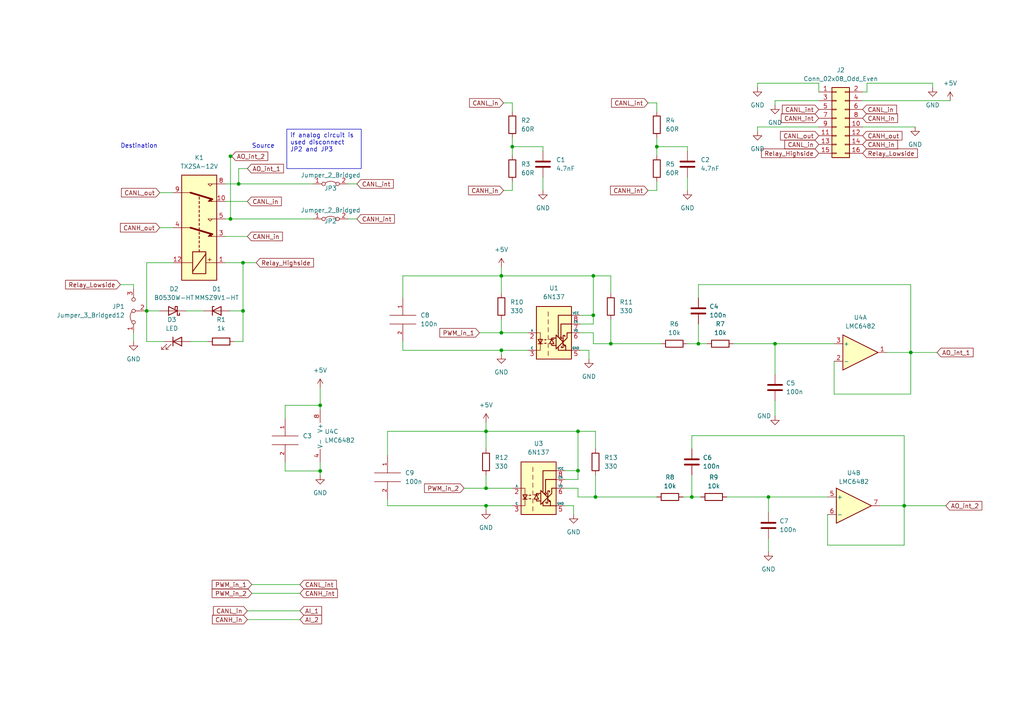
<source format=kicad_sch>
(kicad_sch (version 20230121) (generator eeschema)
  (paper "A4")
  (lib_symbols
    (symbol "Amplifier_Operational:LMC6482" (pin_names (offset 0.127))
      (property "Reference" "U" (at 0 5.08 0))
      (property "Value" "LMC6482" (at 0 -5.08 0))
      (symbol "LMC6482_1_1"
        (polyline (pts (xy -5.08 5.08) (xy 5.08 0) (xy -5.08 -5.08) (xy -5.08 5.08)) (stroke (width 0.254)) (fill (type background)))
        (pin output line (at 7.62 0 180) (length 2.54) (name "~") (number "1"))
        (pin input line (at -7.62 -2.54 0) (length 2.54) (name "-") (number "2"))
        (pin input line (at -7.62 2.54 0) (length 2.54) (name "+") (number "3"))
      )
      (symbol "LMC6482_2_1"
        (polyline (pts (xy -5.08 5.08) (xy 5.08 0) (xy -5.08 -5.08) (xy -5.08 5.08)) (stroke (width 0.254)) (fill (type background)))
        (pin input line (at -7.62 2.54 0) (length 2.54) (name "+") (number "5"))
        (pin input line (at -7.62 -2.54 0) (length 2.54) (name "-") (number "6"))
        (pin output line (at 7.62 0 180) (length 2.54) (name "~") (number "7"))
      )
      (symbol "LMC6482_3_1"
        (pin power_in line (at -2.54 -7.62 90) (length 3.81) (name "V-") (number "4"))
        (pin power_in line (at -2.54 7.62 270) (length 3.81) (name "V+") (number "8"))
      )
    )
    (symbol "Connector_Generic:Conn_02x08_Odd_Even" (pin_names (offset 1.016) hide)
      (property "Reference" "J" (at 1.27 10.16 0))
      (property "Value" "Conn_02x08_Odd_Even" (at 1.27 -12.7 0))
      (symbol "Conn_02x08_Odd_Even_1_1"
        (rectangle (start -1.27 -10.033) (end 0 -10.287) (stroke (width 0.1524)))
        (rectangle (start -1.27 -7.493) (end 0 -7.747) (stroke (width 0.1524)))
        (rectangle (start -1.27 -4.953) (end 0 -5.207) (stroke (width 0.1524)))
        (rectangle (start -1.27 -2.413) (end 0 -2.667) (stroke (width 0.1524)))
        (rectangle (start -1.27 0.127) (end 0 -0.127) (stroke (width 0.1524)))
        (rectangle (start -1.27 2.667) (end 0 2.413) (stroke (width 0.1524)))
        (rectangle (start -1.27 5.207) (end 0 4.953) (stroke (width 0.1524)))
        (rectangle (start -1.27 7.747) (end 0 7.493) (stroke (width 0.1524)))
        (rectangle (start -1.27 8.89) (end 3.81 -11.43) (stroke (width 0.254)) (fill (type background)))
        (rectangle (start 3.81 -10.033) (end 2.54 -10.287) (stroke (width 0.1524)))
        (rectangle (start 3.81 -7.493) (end 2.54 -7.747) (stroke (width 0.1524)))
        (rectangle (start 3.81 -4.953) (end 2.54 -5.207) (stroke (width 0.1524)))
        (rectangle (start 3.81 -2.413) (end 2.54 -2.667) (stroke (width 0.1524)))
        (rectangle (start 3.81 0.127) (end 2.54 -0.127) (stroke (width 0.1524)))
        (rectangle (start 3.81 2.667) (end 2.54 2.413) (stroke (width 0.1524)))
        (rectangle (start 3.81 5.207) (end 2.54 4.953) (stroke (width 0.1524)))
        (rectangle (start 3.81 7.747) (end 2.54 7.493) (stroke (width 0.1524)))
        (pin passive line (at -5.08 7.62 0) (length 3.81) (name "Pin_1") (number "1"))
        (pin passive line (at 7.62 -2.54 180) (length 3.81) (name "Pin_10") (number "10"))
        (pin passive line (at -5.08 -5.08 0) (length 3.81) (name "Pin_11") (number "11"))
        (pin passive line (at 7.62 -5.08 180) (length 3.81) (name "Pin_12") (number "12"))
        (pin passive line (at -5.08 -7.62 0) (length 3.81) (name "Pin_13") (number "13"))
        (pin passive line (at 7.62 -7.62 180) (length 3.81) (name "Pin_14") (number "14"))
        (pin passive line (at -5.08 -10.16 0) (length 3.81) (name "Pin_15") (number "15"))
        (pin passive line (at 7.62 -10.16 180) (length 3.81) (name "Pin_16") (number "16"))
        (pin passive line (at 7.62 7.62 180) (length 3.81) (name "Pin_2") (number "2"))
        (pin passive line (at -5.08 5.08 0) (length 3.81) (name "Pin_3") (number "3"))
        (pin passive line (at 7.62 5.08 180) (length 3.81) (name "Pin_4") (number "4"))
        (pin passive line (at -5.08 2.54 0) (length 3.81) (name "Pin_5") (number "5"))
        (pin passive line (at 7.62 2.54 180) (length 3.81) (name "Pin_6") (number "6"))
        (pin passive line (at -5.08 0 0) (length 3.81) (name "Pin_7") (number "7"))
        (pin passive line (at 7.62 0 180) (length 3.81) (name "Pin_8") (number "8"))
        (pin passive line (at -5.08 -2.54 0) (length 3.81) (name "Pin_9") (number "9"))
      )
    )
    (symbol "Device:C" (pin_numbers hide) (pin_names (offset 0.254))
      (property "Reference" "C" (at 0.635 2.54 0))
      (property "Value" "C" (at 0.635 -2.54 0))
      (symbol "C_0_1"
        (polyline (pts (xy -2.032 -0.762) (xy 2.032 -0.762)) (stroke (width 0.508)))
        (polyline (pts (xy -2.032 0.762) (xy 2.032 0.762)) (stroke (width 0.508)))
      )
      (symbol "C_1_1"
        (pin passive line (at 0 3.81 270) (length 2.794) (name "~") (number "1"))
        (pin passive line (at 0 -3.81 90) (length 2.794) (name "~") (number "2"))
      )
    )
    (symbol "Device:D_Zener" (pin_numbers hide) (pin_names (offset 1.016) hide)
      (property "Reference" "D" (at 0 2.54 0))
      (property "Value" "D_Zener" (at 0 -2.54 0))
      (symbol "D_Zener_0_1"
        (polyline (pts (xy 1.27 0) (xy -1.27 0)))
        (polyline (pts (xy -1.27 -1.27) (xy -1.27 1.27) (xy -0.762 1.27)) (stroke (width 0.254)))
        (polyline (pts (xy 1.27 -1.27) (xy 1.27 1.27) (xy -1.27 0) (xy 1.27 -1.27)) (stroke (width 0.254)))
      )
      (symbol "D_Zener_1_1"
        (pin passive line (at -3.81 0 0) (length 2.54) (name "K") (number "1"))
        (pin passive line (at 3.81 0 180) (length 2.54) (name "A") (number "2"))
      )
    )
    (symbol "Device:LED" (pin_numbers hide) (pin_names (offset 1.016) hide)
      (property "Reference" "D" (at 0 2.54 0))
      (property "Value" "LED" (at 0 -2.54 0))
      (symbol "LED_0_1"
        (polyline (pts (xy -1.27 -1.27) (xy -1.27 1.27)) (stroke (width 0.254)))
        (polyline (pts (xy -1.27 0) (xy 1.27 0)))
        (polyline (pts (xy 1.27 -1.27) (xy 1.27 1.27) (xy -1.27 0) (xy 1.27 -1.27)) (stroke (width 0.254)))
        (polyline (pts (xy -3.048 -0.762) (xy -4.572 -2.286) (xy -3.81 -2.286) (xy -4.572 -2.286) (xy -4.572 -1.524)))
        (polyline (pts (xy -1.778 -0.762) (xy -3.302 -2.286) (xy -2.54 -2.286) (xy -3.302 -2.286) (xy -3.302 -1.524)))
      )
      (symbol "LED_1_1"
        (pin passive line (at -3.81 0 0) (length 2.54) (name "K") (number "1"))
        (pin passive line (at 3.81 0 180) (length 2.54) (name "A") (number "2"))
      )
    )
    (symbol "Device:R" (pin_numbers hide) (pin_names (offset 0))
      (property "Reference" "R" (at 2.032 0 90))
      (property "Value" "R" (at 0 0 90))
      (symbol "R_0_1"
        (rectangle (start -1.016 -2.54) (end 1.016 2.54) (stroke (width 0.254)))
      )
      (symbol "R_1_1"
        (pin passive line (at 0 3.81 270) (length 1.27) (name "~") (number "1"))
        (pin passive line (at 0 -3.81 90) (length 1.27) (name "~") (number "2"))
      )
    )
    (symbol "Diode:MBR0530" (pin_numbers hide) (pin_names (offset 1.016) hide)
      (property "Reference" "D" (at 0 2.54 0))
      (property "Value" "MBR0530" (at 0 -2.54 0))
      (symbol "MBR0530_0_1"
        (polyline (pts (xy 1.27 0) (xy -1.27 0)))
        (polyline (pts (xy 1.27 1.27) (xy 1.27 -1.27) (xy -1.27 0) (xy 1.27 1.27)) (stroke (width 0.254)))
        (polyline (pts (xy -1.905 0.635) (xy -1.905 1.27) (xy -1.27 1.27) (xy -1.27 -1.27) (xy -0.635 -1.27) (xy -0.635 -0.635)) (stroke (width 0.254)))
      )
      (symbol "MBR0530_1_1"
        (pin passive line (at -3.81 0 0) (length 2.54) (name "K") (number "1"))
        (pin passive line (at 3.81 0 180) (length 2.54) (name "A") (number "2"))
      )
    )
    (symbol "Isolator:6N137" (pin_names (offset 0))
      (property "Reference" "U" (at -4.064 8.89 0))
      (property "Value" "6N137" (at 0 -8.89 0))
      (symbol "6N137_0_1"
        (polyline (pts (xy 2.667 -3.556) (xy 2.667 -1.651)) (stroke (width 0.254)))
        (polyline (pts (xy 2.667 -2.159) (xy 2.667 -2.921)) (stroke (width 0.254)))
        (polyline (pts (xy 3.429 -3.937) (xy 3.429 -5.08)) (stroke (width 0.254)))
        (polyline (pts (xy -0.635 -3.302) (xy -0.635 -3.683) (xy 0.635 -3.683)) (stroke (width 0.254)))
        (polyline (pts (xy -0.635 -1.905) (xy -0.635 -1.524) (xy 0.508 -1.524)) (stroke (width 0.254)))
        (polyline (pts (xy 1.27 -4.064) (xy 1.27 -5.08) (xy 5.08 -5.08)) (stroke (width 0.254)))
        (polyline (pts (xy 1.27 -1.27) (xy 1.27 5.08) (xy 5.08 5.08)) (stroke (width 0.254)))
        (polyline (pts (xy 2.032 -1.27) (xy 2.032 2.54) (xy 5.08 2.54)) (stroke (width 0.254)))
        (polyline (pts (xy -5.08 -5.08) (xy -3.937 -5.08) (xy -3.937 0) (xy -5.08 0)))
        (polyline (pts (xy 2.667 -3.302) (xy 2.667 -4.318) (xy 2.159 -4.318) (xy 2.159 -3.937)) (stroke (width 0.254)))
        (polyline (pts (xy 2.667 -2.667) (xy 0.635 -4.699) (xy 0.635 -0.635) (xy 2.667 -2.667)) (stroke (width 0.254)))
        (polyline (pts (xy 2.667 -1.778) (xy 2.667 -0.762) (xy 3.175 -0.762) (xy 3.175 -1.143)) (stroke (width 0.254)))
        (polyline (pts (xy 2.794 -2.54) (xy 3.81 -1.524) (xy 3.81 0) (xy 5.08 0)) (stroke (width 0.254)))
        (polyline (pts (xy 2.667 -3.175) (xy 3.429 -3.937) (xy 3.302 -3.556) (xy 3.048 -3.81) (xy 3.429 -3.937)) (stroke (width 0.254)))
        (circle (center 2.032 -1.524) (radius 0.254) (stroke (width 0.254)))
      )
      (symbol "6N137_1_1"
        (rectangle (start -5.08 7.62) (end 5.08 -7.62) (stroke (width 0.254)) (fill (type background)))
        (polyline (pts (xy -4.572 -3.175) (xy -3.302 -3.175)) (stroke (width 0.254)))
        (polyline (pts (xy -1.651 -5.334) (xy -1.651 -6.604)))
        (polyline (pts (xy -1.651 -3.048) (xy -1.651 -4.318)))
        (polyline (pts (xy -1.651 -0.762) (xy -1.651 -2.032)))
        (polyline (pts (xy -1.651 1.524) (xy -1.651 0.254)))
        (polyline (pts (xy -1.651 3.81) (xy -1.651 2.54)))
        (polyline (pts (xy -1.651 6.096) (xy -1.651 4.826)))
        (polyline (pts (xy -1.27 -1.905) (xy 0 -1.905)) (stroke (width 0.254)))
        (polyline (pts (xy -3.937 -3.175) (xy -4.572 -1.905) (xy -3.302 -1.905) (xy -3.937 -3.175)) (stroke (width 0.254)))
        (polyline (pts (xy -0.635 -1.905) (xy -1.27 -3.175) (xy 0 -3.175) (xy -0.635 -1.905)) (stroke (width 0.254)))
        (polyline (pts (xy -2.921 -3.048) (xy -2.159 -3.048) (xy -2.54 -3.175) (xy -2.54 -2.921) (xy -2.159 -3.048)) (stroke (width 0.127)))
        (polyline (pts (xy -2.921 -2.032) (xy -2.159 -2.032) (xy -2.54 -2.159) (xy -2.54 -1.905) (xy -2.159 -2.032)) (stroke (width 0.127)))
        (pin no_connect line (at -5.08 5.08 0) (length 2.54) hide (name "NC") (number "1"))
        (pin passive line (at -7.62 0 0) (length 2.54) (name "A") (number "2"))
        (pin passive line (at -7.62 -5.08 0) (length 2.54) (name "C") (number "3"))
        (pin power_in line (at 7.62 -5.08 180) (length 2.54) (name "GND") (number "5"))
        (pin open_collector line (at 7.62 0 180) (length 2.54) (name "VO") (number "6"))
        (pin input line (at 7.62 2.54 180) (length 2.54) (name "EN") (number "7"))
        (pin power_in line (at 7.62 5.08 180) (length 2.54) (name "VCC") (number "8"))
      )
    )
    (symbol "Jumper:Jumper_2_Bridged" (pin_names (offset 0) hide)
      (property "Reference" "JP" (at 0 1.905 0))
      (property "Value" "Jumper_2_Bridged" (at 0 -2.54 0))
      (symbol "Jumper_2_Bridged_0_0"
        (circle (center -2.032 0) (radius 0.508))
        (circle (center 2.032 0) (radius 0.508))
      )
      (symbol "Jumper_2_Bridged_0_1"
        (arc (start 1.524 0.254) (mid 0 0.762) (end -1.524 0.254))
      )
      (symbol "Jumper_2_Bridged_1_1"
        (pin passive line (at -5.08 0 0) (length 2.54) (name "A") (number "1"))
        (pin passive line (at 5.08 0 180) (length 2.54) (name "B") (number "2"))
      )
    )
    (symbol "Jumper:Jumper_3_Bridged12" (pin_names (offset 0) hide)
      (property "Reference" "JP" (at -2.54 -2.54 0))
      (property "Value" "Jumper_3_Bridged12" (at 0 2.794 0))
      (symbol "Jumper_3_Bridged12_0_0"
        (circle (center -3.302 0) (radius 0.508))
        (circle (center 0 0) (radius 0.508))
        (circle (center 3.302 0) (radius 0.508))
      )
      (symbol "Jumper_3_Bridged12_0_1"
        (arc (start -0.254 0.508) (mid -1.651 0.9912) (end -3.048 0.508))
        (polyline (pts (xy 0 -1.27) (xy 0 -0.508)))
      )
      (symbol "Jumper_3_Bridged12_1_1"
        (pin passive line (at -6.35 0 0) (length 2.54) (name "A") (number "1"))
        (pin passive line (at 0 -3.81 90) (length 2.54) (name "C") (number "2"))
        (pin passive line (at 6.35 0 180) (length 2.54) (name "B") (number "3"))
      )
    )
    (symbol "Relay:EE2-3NU"
      (property "Reference" "K" (at 15.24 8.89 0))
      (property "Value" "EE2-3NU" (at 19.05 6.35 0))
      (symbol "EE2-3NU_1_1"
        (rectangle (start -15.24 5.08) (end 15.24 -5.08) (stroke (width 0.254)) (fill (type background)))
        (rectangle (start -13.335 1.905) (end -6.985 -1.905) (stroke (width 0.254)))
        (polyline (pts (xy -12.7 -1.905) (xy -7.62 1.905)) (stroke (width 0.254)))
        (polyline (pts (xy -10.16 -5.08) (xy -10.16 -1.905)))
        (polyline (pts (xy -10.16 5.08) (xy -10.16 1.905)))
        (polyline (pts (xy -6.985 0) (xy -6.35 0)) (stroke (width 0.254)))
        (polyline (pts (xy -5.715 0) (xy -5.08 0)) (stroke (width 0.254)))
        (polyline (pts (xy -4.445 0) (xy -3.81 0)) (stroke (width 0.254)))
        (polyline (pts (xy -3.175 0) (xy -2.54 0)) (stroke (width 0.254)))
        (polyline (pts (xy -1.905 0) (xy -1.27 0)) (stroke (width 0.254)))
        (polyline (pts (xy -0.635 0) (xy 0 0)) (stroke (width 0.254)))
        (polyline (pts (xy 0 -2.54) (xy -1.905 3.81)) (stroke (width 0.508)))
        (polyline (pts (xy 0 -2.54) (xy 0 -5.08)))
        (polyline (pts (xy 0.635 0) (xy 1.27 0)) (stroke (width 0.254)))
        (polyline (pts (xy 1.905 0) (xy 2.54 0)) (stroke (width 0.254)))
        (polyline (pts (xy 3.175 0) (xy 3.81 0)) (stroke (width 0.254)))
        (polyline (pts (xy 4.445 0) (xy 5.08 0)) (stroke (width 0.254)))
        (polyline (pts (xy 5.715 0) (xy 6.35 0)) (stroke (width 0.254)))
        (polyline (pts (xy 6.985 0) (xy 7.62 0)) (stroke (width 0.254)))
        (polyline (pts (xy 8.255 0) (xy 8.89 0)) (stroke (width 0.254)))
        (polyline (pts (xy 10.16 -2.54) (xy 8.255 3.81)) (stroke (width 0.508)))
        (polyline (pts (xy 10.16 -2.54) (xy 10.16 -5.08)))
        (polyline (pts (xy -2.54 5.08) (xy -2.54 2.54) (xy -1.905 3.175) (xy -2.54 3.81)) (fill (type outline)))
        (polyline (pts (xy 2.54 5.08) (xy 2.54 2.54) (xy 1.905 3.175) (xy 2.54 3.81)))
        (polyline (pts (xy 7.62 5.08) (xy 7.62 2.54) (xy 8.255 3.175) (xy 7.62 3.81)) (fill (type outline)))
        (polyline (pts (xy 12.7 5.08) (xy 12.7 2.54) (xy 12.065 3.175) (xy 12.7 3.81)))
        (text "+" (at -9.271 2.921 0) (effects (font (size 1.27 1.27))))
        (pin passive line (at -10.16 7.62 270) (length 2.54) (name "~") (number "1"))
        (pin passive line (at 7.62 7.62 270) (length 2.54) (name "~") (number "10"))
        (pin passive line (at -10.16 -7.62 90) (length 2.54) (name "~") (number "12"))
        (pin passive line (at -2.54 7.62 270) (length 2.54) (name "~") (number "3"))
        (pin passive line (at 0 -7.62 90) (length 2.54) (name "~") (number "4"))
        (pin passive line (at 2.54 7.62 270) (length 2.54) (name "~") (number "5"))
        (pin passive line (at 12.7 7.62 270) (length 2.54) (name "~") (number "8"))
        (pin passive line (at 10.16 -7.62 90) (length 2.54) (name "~") (number "9"))
      )
    )
    (symbol "power:+5V" (power) (pin_names (offset 0))
      (property "Value" "+5V" (at 0 3.556 0))
      (symbol "+5V_0_1"
        (polyline (pts (xy -0.762 1.27) (xy 0 2.54)))
        (polyline (pts (xy 0 0) (xy 0 2.54)))
        (polyline (pts (xy 0 2.54) (xy 0.762 1.27)))
      )
      (symbol "+5V_1_1"
        (pin power_in line (at 0 0 90) (length 0) hide (name "+5V") (number "1"))
      )
    )
    (symbol "power:GND" (power) (pin_names (offset 0))
      (property "Value" "GND" (at 0 -3.81 0))
      (symbol "GND_0_1"
        (polyline (pts (xy 0 0) (xy 0 -1.27) (xy 1.27 -1.27) (xy 0 -2.54) (xy -1.27 -1.27) (xy 0 -1.27)))
      )
      (symbol "GND_1_1"
        (pin power_in line (at 0 0 270) (length 0) hide (name "GND") (number "1"))
      )
    )
    (symbol "pspice:C" (pin_names (offset 0.254))
      (property "Reference" "C" (at 2.54 3.81 90))
      (property "Value" "C" (at 2.54 -3.81 90))
      (symbol "C_0_1"
        (polyline (pts (xy -3.81 -1.27) (xy 3.81 -1.27)))
        (polyline (pts (xy -3.81 1.27) (xy 3.81 1.27)))
      )
      (symbol "C_1_1"
        (pin passive line (at 0 6.35 270) (length 5.08) (name "~") (number "1"))
        (pin passive line (at 0 -6.35 90) (length 5.08) (name "~") (number "2"))
      )
    )
  )
  (junction (at 92.8624 117.5512))
  (junction (at 70.485 76.2))
  (junction (at 172.72 144.145))
  (junction (at 145.415 80.01))
  (junction (at 264.16 102.235))
  (junction (at 66.8528 45.3136))
  (junction (at 200.66 144.145))
  (junction (at 167.64 136.525))
  (junction (at 172.085 91.44))
  (junction (at 172.085 80.01))
  (junction (at 140.97 141.605))
  (junction (at 70.485 90.17))
  (junction (at 177.165 99.695))
  (junction (at 145.415 101.6))
  (junction (at 202.565 99.695))
  (junction (at 190.5 42.545))
  (junction (at 42.545 90.17))
  (junction (at 92.8624 136.6012))
  (junction (at 140.97 125.095))
  (junction (at 262.255 146.685))
  (junction (at 148.59 42.545))
  (junction (at 222.885 144.145))
  (junction (at 167.64 125.095))
  (junction (at 224.79 99.695))
  (junction (at 69.215 53.34))
  (junction (at 66.8528 63.5))
  (junction (at 145.415 96.52))
  (junction (at 140.97 146.685))
  (wire (pts (xy 241.935 114.3) (xy 264.16 114.3)))
  (wire (pts (xy 191.77 99.695) (xy 177.165 99.695)))
  (wire (pts (xy 255.27 146.685) (xy 262.255 146.685)))
  (wire (pts (xy 187.96 55.245) (xy 190.5 55.245)))
  (wire (pts (xy 92.8624 117.5512) (xy 92.8624 118.8212)))
  (wire (pts (xy 251.46 26.67) (xy 250.19 26.67)))
  (wire (pts (xy 170.815 101.6) (xy 168.275 101.6)))
  (wire (pts (xy 145.415 92.71) (xy 145.415 96.52)))
  (wire (pts (xy 140.97 147.955) (xy 140.97 146.685)))
  (wire (pts (xy 166.37 146.685) (xy 163.83 146.685)))
  (wire (pts (xy 190.5 55.245) (xy 190.5 52.705)))
  (wire (pts (xy 50.165 76.2) (xy 42.545 76.2)))
  (wire (pts (xy 222.885 156.21) (xy 222.885 160.02)))
  (wire (pts (xy 140.97 146.685) (xy 148.59 146.685)))
  (wire (pts (xy 224.79 30.48) (xy 224.79 29.21)))
  (wire (pts (xy 190.5 29.845) (xy 190.5 32.385)))
  (wire (pts (xy 170.815 104.14) (xy 170.815 101.6)))
  (wire (pts (xy 116.84 101.6) (xy 116.84 99.06)))
  (wire (pts (xy 219.71 38.1) (xy 219.71 36.83)))
  (wire (pts (xy 47.625 99.06) (xy 42.545 99.06)))
  (wire (pts (xy 200.66 137.795) (xy 200.66 144.145)))
  (wire (pts (xy 70.485 99.06) (xy 70.485 90.17)))
  (wire (pts (xy 202.565 82.55) (xy 264.16 82.55)))
  (wire (pts (xy 112.395 125.095) (xy 140.97 125.095)))
  (wire (pts (xy 145.415 101.6) (xy 153.035 101.6)))
  (wire (pts (xy 219.71 36.83) (xy 237.49 36.83)))
  (wire (pts (xy 71.755 177.165) (xy 86.995 177.165)))
  (wire (pts (xy 100.965 53.34) (xy 103.505 53.34)))
  (wire (pts (xy 167.64 125.095) (xy 167.64 136.525)))
  (wire (pts (xy 202.565 82.55) (xy 202.565 86.36)))
  (wire (pts (xy 210.82 144.145) (xy 222.885 144.145)))
  (wire (pts (xy 140.97 141.605) (xy 148.59 141.605)))
  (wire (pts (xy 250.19 29.21) (xy 275.59 29.21)))
  (wire (pts (xy 71.755 179.705) (xy 86.995 179.705)))
  (wire (pts (xy 157.48 51.435) (xy 157.48 55.245)))
  (wire (pts (xy 140.97 125.095) (xy 140.97 130.175)))
  (wire (pts (xy 82.7024 134.0612) (xy 82.7024 136.6012)))
  (wire (pts (xy 69.215 48.895) (xy 69.215 53.34)))
  (wire (pts (xy 70.485 90.17) (xy 70.485 76.2)))
  (wire (pts (xy 139.065 96.52) (xy 145.415 96.52)))
  (wire (pts (xy 167.64 144.145) (xy 172.72 144.145)))
  (wire (pts (xy 112.395 146.685) (xy 112.395 144.78)))
  (wire (pts (xy 172.72 125.095) (xy 172.72 130.175)))
  (wire (pts (xy 222.885 144.145) (xy 222.885 148.59)))
  (wire (pts (xy 224.79 99.695) (xy 241.935 99.695)))
  (wire (pts (xy 212.725 99.695) (xy 224.79 99.695)))
  (wire (pts (xy 148.59 29.845) (xy 148.59 32.385)))
  (wire (pts (xy 55.245 99.06) (xy 60.325 99.06)))
  (wire (pts (xy 172.085 91.44) (xy 172.085 93.98)))
  (wire (pts (xy 163.83 141.605) (xy 167.64 141.605)))
  (wire (pts (xy 199.39 51.435) (xy 199.39 55.245)))
  (wire (pts (xy 73.025 172.085) (xy 86.995 172.085)))
  (wire (pts (xy 224.79 116.205) (xy 224.79 120.65)))
  (wire (pts (xy 92.8624 134.0612) (xy 92.8624 136.6012)))
  (wire (pts (xy 202.565 99.695) (xy 205.105 99.695)))
  (wire (pts (xy 65.405 53.34) (xy 69.215 53.34)))
  (wire (pts (xy 251.46 24.13) (xy 251.46 26.67)))
  (wire (pts (xy 53.975 90.17) (xy 59.055 90.17)))
  (wire (pts (xy 73.025 169.545) (xy 86.995 169.545)))
  (wire (pts (xy 199.39 43.815) (xy 199.39 42.545)))
  (wire (pts (xy 200.66 144.145) (xy 203.2 144.145)))
  (wire (pts (xy 92.8624 112.4712) (xy 92.8624 117.5512)))
  (wire (pts (xy 167.64 141.605) (xy 167.64 144.145)))
  (wire (pts (xy 222.885 144.145) (xy 240.03 144.145)))
  (wire (pts (xy 70.485 76.2) (xy 74.295 76.2)))
  (wire (pts (xy 166.37 149.225) (xy 166.37 146.685)))
  (wire (pts (xy 140.97 122.555) (xy 140.97 125.095)))
  (wire (pts (xy 67.945 99.06) (xy 70.485 99.06)))
  (wire (pts (xy 177.165 92.71) (xy 177.165 99.695)))
  (wire (pts (xy 157.48 43.815) (xy 157.48 42.545)))
  (wire (pts (xy 219.71 24.13) (xy 219.71 25.4)))
  (wire (pts (xy 145.415 80.01) (xy 172.085 80.01)))
  (wire (pts (xy 100.965 63.5) (xy 103.505 63.5)))
  (wire (pts (xy 264.16 114.3) (xy 264.16 102.235)))
  (wire (pts (xy 190.5 42.545) (xy 190.5 45.085)))
  (wire (pts (xy 46.355 55.88) (xy 50.165 55.88)))
  (wire (pts (xy 167.64 139.065) (xy 163.83 139.065)))
  (wire (pts (xy 82.7024 136.6012) (xy 92.8624 136.6012)))
  (wire (pts (xy 237.49 24.13) (xy 237.49 26.67)))
  (wire (pts (xy 70.485 76.2) (xy 65.405 76.2)))
  (wire (pts (xy 112.395 146.685) (xy 140.97 146.685)))
  (wire (pts (xy 270.51 25.4) (xy 270.51 24.13)))
  (wire (pts (xy 241.935 114.3) (xy 241.935 104.775)))
  (wire (pts (xy 116.84 80.01) (xy 145.415 80.01)))
  (wire (pts (xy 200.66 126.365) (xy 200.66 130.175)))
  (wire (pts (xy 200.66 126.365) (xy 262.255 126.365)))
  (wire (pts (xy 262.255 126.365) (xy 262.255 146.685)))
  (wire (pts (xy 168.275 96.52) (xy 172.085 96.52)))
  (wire (pts (xy 65.405 63.5) (xy 66.8528 63.5)))
  (wire (pts (xy 66.8528 45.3136) (xy 66.8528 63.5)))
  (wire (pts (xy 116.84 101.6) (xy 145.415 101.6)))
  (wire (pts (xy 46.355 90.17) (xy 42.545 90.17)))
  (wire (pts (xy 202.565 93.98) (xy 202.565 99.695)))
  (wire (pts (xy 46.355 66.04) (xy 50.165 66.04)))
  (wire (pts (xy 172.085 91.44) (xy 168.275 91.44)))
  (wire (pts (xy 172.72 137.795) (xy 172.72 144.145)))
  (wire (pts (xy 172.085 99.695) (xy 177.165 99.695)))
  (wire (pts (xy 112.395 132.08) (xy 112.395 125.095)))
  (wire (pts (xy 251.46 24.13) (xy 270.51 24.13)))
  (wire (pts (xy 69.215 53.34) (xy 90.805 53.34)))
  (wire (pts (xy 172.085 93.98) (xy 168.275 93.98)))
  (wire (pts (xy 177.165 80.01) (xy 177.165 85.09)))
  (wire (pts (xy 237.49 24.13) (xy 219.71 24.13)))
  (wire (pts (xy 262.255 158.115) (xy 262.255 146.685)))
  (wire (pts (xy 38.735 82.55) (xy 38.735 83.82)))
  (wire (pts (xy 190.5 40.005) (xy 190.5 42.545)))
  (wire (pts (xy 167.64 136.525) (xy 167.64 139.065)))
  (wire (pts (xy 167.64 136.525) (xy 163.83 136.525)))
  (wire (pts (xy 262.255 146.685) (xy 274.32 146.685)))
  (wire (pts (xy 42.545 90.17) (xy 42.545 76.2)))
  (wire (pts (xy 172.085 96.52) (xy 172.085 99.695)))
  (wire (pts (xy 145.415 77.47) (xy 145.415 80.01)))
  (wire (pts (xy 146.05 29.845) (xy 148.59 29.845)))
  (wire (pts (xy 157.48 42.545) (xy 148.59 42.545)))
  (wire (pts (xy 134.62 141.605) (xy 140.97 141.605)))
  (wire (pts (xy 71.755 68.58) (xy 65.405 68.58)))
  (wire (pts (xy 140.97 125.095) (xy 167.64 125.095)))
  (wire (pts (xy 172.72 144.145) (xy 190.5 144.145)))
  (wire (pts (xy 66.675 90.17) (xy 70.485 90.17)))
  (wire (pts (xy 257.175 102.235) (xy 264.16 102.235)))
  (wire (pts (xy 172.085 80.01) (xy 177.165 80.01)))
  (wire (pts (xy 66.8528 45.3136) (xy 67.2084 45.3136)))
  (wire (pts (xy 145.415 102.87) (xy 145.415 101.6)))
  (wire (pts (xy 82.7024 117.5512) (xy 92.8624 117.5512)))
  (wire (pts (xy 250.19 36.83) (xy 265.43 36.83)))
  (wire (pts (xy 187.96 29.845) (xy 190.5 29.845)))
  (wire (pts (xy 148.59 40.005) (xy 148.59 42.545)))
  (wire (pts (xy 71.755 48.895) (xy 69.215 48.895)))
  (wire (pts (xy 71.755 58.42) (xy 65.405 58.42)))
  (wire (pts (xy 240.03 158.115) (xy 262.255 158.115)))
  (wire (pts (xy 224.79 99.695) (xy 224.79 108.585)))
  (wire (pts (xy 224.79 29.21) (xy 237.49 29.21)))
  (wire (pts (xy 264.16 102.235) (xy 271.78 102.235)))
  (wire (pts (xy 82.7024 121.3612) (xy 82.7024 117.5512)))
  (wire (pts (xy 66.8528 63.5) (xy 90.805 63.5)))
  (wire (pts (xy 92.8624 136.6012) (xy 92.8624 137.8712)))
  (wire (pts (xy 264.16 82.55) (xy 264.16 102.235)))
  (wire (pts (xy 167.64 125.095) (xy 172.72 125.095)))
  (wire (pts (xy 240.03 158.115) (xy 240.03 149.225)))
  (wire (pts (xy 66.8528 45.212) (xy 66.8528 45.3136)))
  (wire (pts (xy 145.415 80.01) (xy 145.415 85.09)))
  (wire (pts (xy 199.39 99.695) (xy 202.565 99.695)))
  (wire (pts (xy 148.59 42.545) (xy 148.59 45.085)))
  (wire (pts (xy 146.05 55.245) (xy 148.59 55.245)))
  (wire (pts (xy 198.12 144.145) (xy 200.66 144.145)))
  (wire (pts (xy 38.735 96.52) (xy 38.735 99.06)))
  (wire (pts (xy 42.545 99.06) (xy 42.545 90.17)))
  (wire (pts (xy 199.39 42.545) (xy 190.5 42.545)))
  (wire (pts (xy 172.085 80.01) (xy 172.085 91.44)))
  (wire (pts (xy 148.59 55.245) (xy 148.59 52.705)))
  (wire (pts (xy 140.97 137.795) (xy 140.97 141.605)))
  (wire (pts (xy 116.84 86.36) (xy 116.84 80.01)))
  (wire (pts (xy 34.925 82.55) (xy 38.735 82.55)))
  (wire (pts (xy 145.415 96.52) (xy 153.035 96.52)))
  (text_box "if analog circuit is used disconnect JP2 and JP3\n" (at 83.185 37.465 0) (size 21.59 11.43) (effects (font (size 1.27 1.27)) (justify left top)))
  (text "Source\n" (at 73.025 43.18 0) (effects (font (size 1.27 1.27)) (justify left bottom)))
  (text "Destination\n" (at 34.925 43.18 0) (effects (font (size 1.27 1.27)) (justify left bottom)))
  (global_label "CANH_int" (shape input) (at 187.96 55.245 180) (property "Intersheetrefs" "${INTERSHEET_REFS}" (effects hide)))
  (global_label "CANH_in" (shape input) (at 71.755 68.58 0) (property "Intersheetrefs" "${INTERSHEET_REFS}" (effects hide)))
  (global_label "CANH_in" (shape input) (at 250.19 34.29 0) (property "Intersheetrefs" "${INTERSHEET_REFS}" (effects hide)))
  (global_label "AI_1" (shape input) (at 86.995 177.165 0) (property "Intersheetrefs" "${INTERSHEET_REFS}" (effects hide)))
  (global_label "AO_int_1" (shape input) (at 271.78 102.235 0) (property "Intersheetrefs" "${INTERSHEET_REFS}" (effects hide)))
  (global_label "CANL_int" (shape input) (at 237.49 31.75 180) (property "Intersheetrefs" "${INTERSHEET_REFS}" (effects hide)))
  (global_label "CANL_in" (shape input) (at 146.05 29.845 180) (property "Intersheetrefs" "${INTERSHEET_REFS}" (effects hide)))
  (global_label "CANH_out" (shape input) (at 250.19 39.37 0) (property "Intersheetrefs" "${INTERSHEET_REFS}" (effects hide)))
  (global_label "CANL_out" (shape input) (at 237.49 39.37 180) (property "Intersheetrefs" "${INTERSHEET_REFS}" (effects hide)))
  (global_label "CANL_in" (shape input) (at 71.755 177.165 180) (property "Intersheetrefs" "${INTERSHEET_REFS}" (effects hide)))
  (global_label "CANH_int" (shape input) (at 86.995 172.085 0) (property "Intersheetrefs" "${INTERSHEET_REFS}" (effects hide)))
  (global_label "CANL_in" (shape input) (at 71.755 58.42 0) (property "Intersheetrefs" "${INTERSHEET_REFS}" (effects hide)))
  (global_label "CANL_int" (shape input) (at 187.96 29.845 180) (property "Intersheetrefs" "${INTERSHEET_REFS}" (effects hide)))
  (global_label "CANH_out" (shape input) (at 46.355 66.04 180) (property "Intersheetrefs" "${INTERSHEET_REFS}" (effects hide)))
  (global_label "CANL_int" (shape input) (at 86.995 169.545 0) (property "Intersheetrefs" "${INTERSHEET_REFS}" (effects hide)))
  (global_label "PWM_in_2" (shape input) (at 134.62 141.605 180) (property "Intersheetrefs" "${INTERSHEET_REFS}" (effects hide)))
  (global_label "Relay_Highside" (shape input) (at 74.295 76.2 0) (property "Intersheetrefs" "${INTERSHEET_REFS}" (effects hide)))
  (global_label "AO_int_2" (shape input) (at 67.2084 45.3136 0) (property "Intersheetrefs" "${INTERSHEET_REFS}" (effects hide)))
  (global_label "AO_int_1" (shape input) (at 71.755 48.895 0) (property "Intersheetrefs" "${INTERSHEET_REFS}" (effects hide)))
  (global_label "PWM_in_1" (shape input) (at 139.065 96.52 180) (property "Intersheetrefs" "${INTERSHEET_REFS}" (effects hide)))
  (global_label "CANL_in" (shape input) (at 237.49 41.91 180) (property "Intersheetrefs" "${INTERSHEET_REFS}" (effects hide)))
  (global_label "AI_2" (shape input) (at 86.995 179.705 0) (property "Intersheetrefs" "${INTERSHEET_REFS}" (effects hide)))
  (global_label "CANH_in" (shape input) (at 71.755 179.705 180) (property "Intersheetrefs" "${INTERSHEET_REFS}" (effects hide)))
  (global_label "CANH_int" (shape input) (at 103.505 63.5 0) (property "Intersheetrefs" "${INTERSHEET_REFS}" (effects hide)))
  (global_label "CANL_in" (shape input) (at 250.19 31.75 0) (property "Intersheetrefs" "${INTERSHEET_REFS}" (effects hide)))
  (global_label "PWM_in_1" (shape input) (at 73.025 169.545 180) (property "Intersheetrefs" "${INTERSHEET_REFS}" (effects hide)))
  (global_label "CANH_int" (shape input) (at 237.49 34.29 180) (property "Intersheetrefs" "${INTERSHEET_REFS}" (effects hide)))
  (global_label "PWM_in_2" (shape input) (at 73.025 172.085 180) (property "Intersheetrefs" "${INTERSHEET_REFS}" (effects hide)))
  (global_label "CANL_out" (shape input) (at 46.355 55.88 180) (property "Intersheetrefs" "${INTERSHEET_REFS}" (effects hide)))
  (global_label "Relay_Lowside" (shape input) (at 34.925 82.55 180) (property "Intersheetrefs" "${INTERSHEET_REFS}" (effects hide)))
  (global_label "CANH_in" (shape input) (at 250.19 41.91 0) (property "Intersheetrefs" "${INTERSHEET_REFS}" (effects hide)))
  (global_label "Relay_Lowside" (shape input) (at 250.19 44.45 0) (property "Intersheetrefs" "${INTERSHEET_REFS}" (effects hide)))
  (global_label "CANL_int" (shape input) (at 103.505 53.34 0) (property "Intersheetrefs" "${INTERSHEET_REFS}" (effects hide)))
  (global_label "CANH_in" (shape input) (at 146.05 55.245 180) (property "Intersheetrefs" "${INTERSHEET_REFS}" (effects hide)))
  (global_label "AO_int_2" (shape input) (at 274.32 146.685 0) (property "Intersheetrefs" "${INTERSHEET_REFS}" (effects hide)))
  (global_label "Relay_Highside" (shape input) (at 237.49 44.45 180) (property "Intersheetrefs" "${INTERSHEET_REFS}" (effects hide)))
  (symbol (lib_id "power:GND") (at 38.735 99.06 0) (unit 1)
    (property "Reference" "#PWR01" (effects hide))
    (property "Value" "GND" (at 38.735 104.14 0))
  )
  (symbol (lib_id "Device:R") (at 190.5 48.895 0) (unit 1)
    (property "Reference" "R5" (at 193.04 47.625 0) (effects (justify left)))
    (property "Value" "60R" (at 193.04 50.165 0) (effects (justify left)))
    (property "Footprint" "Resistor_SMD:R_0603_1608Metric" (effects hide))
  )
  (symbol (lib_id "Amplifier_Operational:LMC6482") (at 95.4024 126.4412 0) (unit 3)
    (property "Reference" "U4" (at 94.1324 125.1712 0) (effects (justify left)))
    (property "Value" "LMC6482" (at 94.1324 127.7112 0) (effects (justify left)))
    (property "Footprint" "Package_SO:SOIC-8_3.9x4.9mm_P1.27mm" (effects hide))
    (property "Datasheet" "http://www.ti.com/lit/ds/symlink/lmc6482.pdf" (effects hide))
    (property "Link" "https://ozdisan.com/integrated-circuits-ics/linear-ics/amplifiers/LMC6482IMXNOPB/464041" (effects hide))
  )
  (symbol (lib_id "pspice:C") (at 116.84 92.71 0) (unit 1)
    (property "Reference" "C8" (at 121.92 91.4399 0) (effects (justify left)))
    (property "Value" "100n" (at 121.92 93.9799 0) (effects (justify left)))
    (property "Footprint" "Capacitor_SMD:C_0603_1608Metric" (effects hide))
  )
  (symbol (lib_id "power:GND") (at 140.97 147.955 0) (unit 1)
    (property "Reference" "#PWR017" (effects hide))
    (property "Value" "GND" (at 140.97 153.035 0))
  )
  (symbol (lib_id "Diode:MBR0530") (at 50.165 90.17 180) (unit 1)
    (property "Reference" "D2" (at 50.4825 83.82 0))
    (property "Value" "B0530W-HT" (at 50.4825 86.36 0))
    (property "Footprint" "Diode_SMD:D_SOD-123" (effects hide))
    (property "Datasheet" "https://cdn.ozdisan.com/ETicaret_Dosya/468040_112734.pdf" (effects hide))
  )
  (symbol (lib_id "Device:R") (at 148.59 36.195 0) (unit 1)
    (property "Reference" "R2" (at 151.13 34.925 0) (effects (justify left)))
    (property "Value" "60R" (at 151.13 37.465 0) (effects (justify left)))
    (property "Footprint" "Resistor_SMD:R_0603_1608Metric" (effects hide))
  )
  (symbol (lib_id "power:+5V") (at 140.97 122.555 0) (unit 1)
    (property "Reference" "#PWR016" (effects hide))
    (property "Value" "+5V" (at 140.97 117.475 0))
  )
  (symbol (lib_id "power:GND") (at 270.51 25.4 0) (unit 1)
    (property "Reference" "#PWR05" (effects hide))
    (property "Value" "GND" (at 270.51 30.48 0))
  )
  (symbol (lib_id "power:GND") (at 219.71 25.4 0) (unit 1)
    (property "Reference" "#PWR04" (effects hide))
    (property "Value" "GND" (at 219.71 30.48 0))
  )
  (symbol (lib_id "power:+5V") (at 145.415 77.47 0) (unit 1)
    (property "Reference" "#PWR015" (effects hide))
    (property "Value" "+5V" (at 145.415 72.39 0))
  )
  (symbol (lib_id "power:GND") (at 224.79 120.65 0) (unit 1)
    (property "Reference" "#PWR011" (effects hide))
    (property "Value" "GND" (at 221.615 120.65 0))
  )
  (symbol (lib_id "Device:R") (at 64.135 99.06 90) (unit 1)
    (property "Reference" "R1" (at 64.135 92.71 90))
    (property "Value" "1k" (at 64.135 95.25 90))
    (property "Footprint" "Resistor_SMD:R_0603_1608Metric" (effects hide))
  )
  (symbol (lib_id "Isolator:6N137") (at 156.21 141.605 0) (unit 1)
    (property "Reference" "U3" (at 156.21 128.651 0))
    (property "Value" "6N137" (at 156.21 131.191 0))
    (property "Footprint" "Package_DIP:SMDIP-8_W9.53mm" (effects hide))
    (property "Datasheet" "https://docs.broadcom.com/docs/AV02-0940EN" (effects hide))
    (property "Link" "https://ozdisan.com/optoelectronics-and-sensors/optoelectronics/optocoupler-logic-output/6N137S-TA1-L/695056" (effects hide))
  )
  (symbol (lib_id "pspice:C") (at 112.395 138.43 0) (unit 1)
    (property "Reference" "C9" (at 117.475 137.1599 0) (effects (justify left)))
    (property "Value" "100n" (at 117.475 139.6999 0) (effects (justify left)))
    (property "Footprint" "Capacitor_SMD:C_0603_1608Metric" (effects hide))
  )
  (symbol (lib_id "Device:R") (at 194.31 144.145 90) (unit 1)
    (property "Reference" "R8" (at 194.31 138.43 90))
    (property "Value" "10k" (at 194.31 140.97 90))
    (property "Footprint" "Resistor_SMD:R_0603_1608Metric" (effects hide))
  )
  (symbol (lib_id "Jumper:Jumper_2_Bridged") (at 95.885 63.5 0) (unit 1)
    (property "Reference" "JP2" (at 95.885 64.135 0))
    (property "Value" "Jumper_2_Bridged" (at 95.885 60.96 0))
    (property "Footprint" "Jumper:SolderJumper-2_P1.3mm_Bridged_RoundedPad1.0x1.5mm" (effects hide))
  )
  (symbol (lib_id "power:+5V") (at 92.8624 112.4712 0) (unit 1)
    (property "Reference" "#PWR012" (effects hide))
    (property "Value" "+5V" (at 92.8624 107.3912 0))
  )
  (symbol (lib_id "Device:R") (at 195.58 99.695 90) (unit 1)
    (property "Reference" "R6" (at 195.58 93.98 90))
    (property "Value" "10k" (at 195.58 96.52 90))
    (property "Footprint" "Resistor_SMD:R_0603_1608Metric" (effects hide))
  )
  (symbol (lib_id "Device:R") (at 172.72 133.985 180) (unit 1)
    (property "Reference" "R13" (at 175.26 132.715 0) (effects (justify right)))
    (property "Value" "330" (at 175.26 135.255 0) (effects (justify right)))
    (property "Footprint" "Resistor_SMD:R_0603_1608Metric" (effects hide))
  )
  (symbol (lib_id "Jumper:Jumper_2_Bridged") (at 95.885 53.34 0) (unit 1)
    (property "Reference" "JP3" (at 95.885 54.61 0))
    (property "Value" "Jumper_2_Bridged" (at 95.885 50.8 0))
    (property "Footprint" "Jumper:SolderJumper-2_P1.3mm_Bridged_RoundedPad1.0x1.5mm" (effects hide))
  )
  (symbol (lib_id "Device:R") (at 177.165 88.9 180) (unit 1)
    (property "Reference" "R11" (at 179.705 87.63 0) (effects (justify right)))
    (property "Value" "330" (at 179.705 90.17 0) (effects (justify right)))
    (property "Footprint" "Resistor_SMD:R_0603_1608Metric" (effects hide))
  )
  (symbol (lib_id "power:+5V") (at 275.59 29.21 0) (unit 1)
    (property "Reference" "#PWR07" (effects hide))
    (property "Value" "+5V" (at 275.59 24.13 0))
  )
  (symbol (lib_id "power:GND") (at 219.71 38.1 0) (unit 1)
    (property "Reference" "#PWR02" (effects hide))
    (property "Value" "GND" (at 219.71 43.18 0))
  )
  (symbol (lib_id "Device:R") (at 208.915 99.695 90) (unit 1)
    (property "Reference" "R7" (at 208.915 93.98 90))
    (property "Value" "10k" (at 208.915 96.52 90))
    (property "Footprint" "Resistor_SMD:R_0603_1608Metric" (effects hide))
  )
  (symbol (lib_id "power:GND") (at 145.415 102.87 0) (unit 1)
    (property "Reference" "#PWR019" (effects hide))
    (property "Value" "GND" (at 145.415 107.95 0))
  )
  (symbol (lib_id "Jumper:Jumper_3_Bridged12") (at 38.735 90.17 90) (unit 1)
    (property "Reference" "JP1" (at 36.195 88.9 90) (effects (justify left)))
    (property "Value" "Jumper_3_Bridged12" (at 36.195 91.44 90) (effects (justify left)))
    (property "Footprint" "Jumper:SolderJumper-3_P1.3mm_Bridged12_RoundedPad1.0x1.5mm" (effects hide))
  )
  (symbol (lib_id "Device:R") (at 190.5 36.195 0) (unit 1)
    (property "Reference" "R4" (at 193.04 34.925 0) (effects (justify left)))
    (property "Value" "60R" (at 193.04 37.465 0) (effects (justify left)))
    (property "Footprint" "Resistor_SMD:R_0603_1608Metric" (effects hide))
  )
  (symbol (lib_id "Device:C") (at 199.39 47.625 0) (unit 1)
    (property "Reference" "C2" (at 203.2 46.355 0) (effects (justify left)))
    (property "Value" "4.7nF" (at 203.2 48.895 0) (effects (justify left)))
    (property "Footprint" "Capacitor_SMD:C_0603_1608Metric" (effects hide))
  )
  (symbol (lib_id "power:GND") (at 265.43 36.83 0) (unit 1)
    (property "Reference" "#PWR03" (effects hide))
    (property "Value" "GND" (at 265.43 41.91 0))
  )
  (symbol (lib_id "power:GND") (at 199.39 55.245 0) (unit 1)
    (property "Reference" "#PWR09" (effects hide))
    (property "Value" "GND" (at 199.39 60.325 0))
  )
  (symbol (lib_id "power:GND") (at 222.885 160.02 0) (unit 1)
    (property "Reference" "#PWR013" (effects hide))
    (property "Value" "GND" (at 222.885 165.1 0))
  )
  (symbol (lib_id "Device:C") (at 224.79 112.395 0) (unit 1)
    (property "Reference" "C5" (at 227.965 111.125 0) (effects (justify left)))
    (property "Value" "100n" (at 227.965 113.665 0) (effects (justify left)))
    (property "Footprint" "Capacitor_SMD:C_0603_1608Metric" (effects hide))
  )
  (symbol (lib_id "power:GND") (at 92.8624 137.8712 0) (unit 1)
    (property "Reference" "#PWR010" (effects hide))
    (property "Value" "GND" (at 92.8624 142.9512 0))
  )
  (symbol (lib_id "power:GND") (at 166.37 149.225 0) (unit 1)
    (property "Reference" "#PWR018" (effects hide))
    (property "Value" "GND" (at 166.37 154.305 0))
  )
  (symbol (lib_id "Device:C") (at 200.66 133.985 0) (unit 1)
    (property "Reference" "C6" (at 203.835 132.715 0) (effects (justify left)))
    (property "Value" "100n" (at 203.835 135.255 0) (effects (justify left)))
    (property "Footprint" "Capacitor_SMD:C_0603_1608Metric" (effects hide))
  )
  (symbol (lib_id "Amplifier_Operational:LMC6482") (at 249.555 102.235 0) (unit 1)
    (property "Reference" "U4" (at 249.555 92.075 0))
    (property "Value" "LMC6482" (at 249.555 94.615 0))
    (property "Footprint" "Package_SO:SOIC-8_3.9x4.9mm_P1.27mm" (effects hide))
    (property "Datasheet" "http://www.ti.com/lit/ds/symlink/lmc6482.pdf" (effects hide))
    (property "Link" "https://ozdisan.com/integrated-circuits-ics/linear-ics/amplifiers/LMC6482IMXNOPB/464041" (effects hide))
  )
  (symbol (lib_id "Device:R") (at 145.415 88.9 180) (unit 1)
    (property "Reference" "R10" (at 147.955 87.63 0) (effects (justify right)))
    (property "Value" "330" (at 147.955 90.17 0) (effects (justify right)))
    (property "Footprint" "Resistor_SMD:R_0603_1608Metric" (effects hide))
  )
  (symbol (lib_id "Device:LED") (at 51.435 99.06 0) (unit 1)
    (property "Reference" "D3" (at 49.8475 92.71 0))
    (property "Value" "LED" (at 49.8475 95.25 0))
    (property "Footprint" "LED_SMD:LED_0603_1608Metric" (effects hide))
  )
  (symbol (lib_id "Connector_Generic:Conn_02x08_Odd_Even") (at 242.57 34.29 0) (unit 1)
    (property "Reference" "J2" (at 243.84 20.32 0))
    (property "Value" "Conn_02x08_Odd_Even" (at 243.84 22.86 0))
    (property "Footprint" "Molex_PAD:S16B-PADSS-1" (effects hide))
  )
  (symbol (lib_id "power:GND") (at 157.48 55.245 0) (unit 1)
    (property "Reference" "#PWR08" (effects hide))
    (property "Value" "GND" (at 157.48 60.325 0))
  )
  (symbol (lib_id "Device:R") (at 140.97 133.985 180) (unit 1)
    (property "Reference" "R12" (at 143.51 132.715 0) (effects (justify right)))
    (property "Value" "330" (at 143.51 135.255 0) (effects (justify right)))
    (property "Footprint" "Resistor_SMD:R_0603_1608Metric" (effects hide))
  )
  (symbol (lib_id "Device:R") (at 148.59 48.895 0) (unit 1)
    (property "Reference" "R3" (at 151.13 47.625 0) (effects (justify left)))
    (property "Value" "60R" (at 151.13 50.165 0) (effects (justify left)))
    (property "Footprint" "Resistor_SMD:R_0603_1608Metric" (effects hide))
  )
  (symbol (lib_id "Device:D_Zener") (at 62.865 90.17 0) (unit 1)
    (property "Reference" "D1" (at 62.865 83.82 0))
    (property "Value" "MMSZ9V1-HT" (at 62.865 86.36 0))
    (property "Footprint" "Diode_SMD:D_SOD-123" (effects hide))
  )
  (symbol (lib_id "Device:R") (at 207.01 144.145 90) (unit 1)
    (property "Reference" "R9" (at 207.01 138.43 90))
    (property "Value" "10k" (at 207.01 140.97 90))
    (property "Footprint" "Resistor_SMD:R_0603_1608Metric" (effects hide))
  )
  (symbol (lib_id "Device:C") (at 222.885 152.4 0) (unit 1)
    (property "Reference" "C7" (at 226.06 151.13 0) (effects (justify left)))
    (property "Value" "100n" (at 226.06 153.67 0) (effects (justify left)))
    (property "Footprint" "Capacitor_SMD:C_0603_1608Metric" (effects hide))
  )
  (symbol (lib_id "Device:C") (at 202.565 90.17 0) (unit 1)
    (property "Reference" "C4" (at 205.74 88.9 0) (effects (justify left)))
    (property "Value" "100n" (at 205.74 91.44 0) (effects (justify left)))
    (property "Footprint" "Capacitor_SMD:C_0603_1608Metric" (effects hide))
  )
  (symbol (lib_id "Amplifier_Operational:LMC6482") (at 247.65 146.685 0) (unit 2)
    (property "Reference" "U4" (at 247.65 137.16 0))
    (property "Value" "LMC6482" (at 247.65 139.7 0))
    (property "Footprint" "Package_SO:SOIC-8_3.9x4.9mm_P1.27mm" (effects hide))
    (property "Datasheet" "http://www.ti.com/lit/ds/symlink/lmc6482.pdf" (effects hide))
    (property "Link" "https://ozdisan.com/integrated-circuits-ics/linear-ics/amplifiers/LMC6482IMXNOPB/464041" (effects hide))
  )
  (symbol (lib_id "Device:C") (at 157.48 47.625 0) (unit 1)
    (property "Reference" "C1" (at 161.29 46.355 0) (effects (justify left)))
    (property "Value" "4.7nF" (at 161.29 48.895 0) (effects (justify left)))
    (property "Footprint" "Capacitor_SMD:C_0603_1608Metric" (effects hide))
  )
  (symbol (lib_id "power:GND") (at 224.79 30.48 0) (unit 1)
    (property "Reference" "#PWR06" (effects hide))
    (property "Value" "GND" (at 224.79 35.56 0))
  )
  (symbol (lib_id "power:GND") (at 170.815 104.14 0) (unit 1)
    (property "Reference" "#PWR020" (effects hide))
    (property "Value" "GND" (at 170.815 109.22 0))
  )
  (symbol (lib_id "pspice:C") (at 82.7024 127.7112 0) (unit 1)
    (property "Reference" "C3" (at 87.7824 126.4411 0) (effects (justify left)))
    (property "Value" "100n" (effects hide))
    (property "Footprint" "Capacitor_SMD:C_0603_1608Metric" (effects hide))
  )
  (symbol (lib_id "Relay:EE2-3NU") (at 57.785 66.04 270) (mirror x) (unit 1)
    (property "Reference" "K1" (at 57.785 45.72 90))
    (property "Value" "TX2SA-12V" (at 57.785 48.26 90))
    (property "Footprint" "Relay_SMD:Relay_DPDT_Kemet_EE2_NU" (effects hide))
    (property "Datasheet" "https://content.kemet.com/datasheets/KEM_R7002_EC2_EE2.pdf" (effects hide))
    (property "Link" "https://ozdisan.com/electromechanical-components/relays-and-relay-sockets/general-type-relays/TX2SA-12V/523927" (effects hide))
  )
  (symbol (lib_id "Isolator:6N137") (at 160.655 96.52 0) (unit 1)
    (property "Reference" "U1" (at 160.655 83.566 0))
    (property "Value" "6N137" (at 160.655 86.106 0))
    (property "Footprint" "Package_DIP:SMDIP-8_W9.53mm" (effects hide))
    (property "Datasheet" "https://docs.broadcom.com/docs/AV02-0940EN" (effects hide))
    (property "Link" "https://ozdisan.com/optoelectronics-and-sensors/optoelectronics/optocoupler-logic-output/6N137S-TA1-L/695056" (effects hide))
  )
)
</source>
